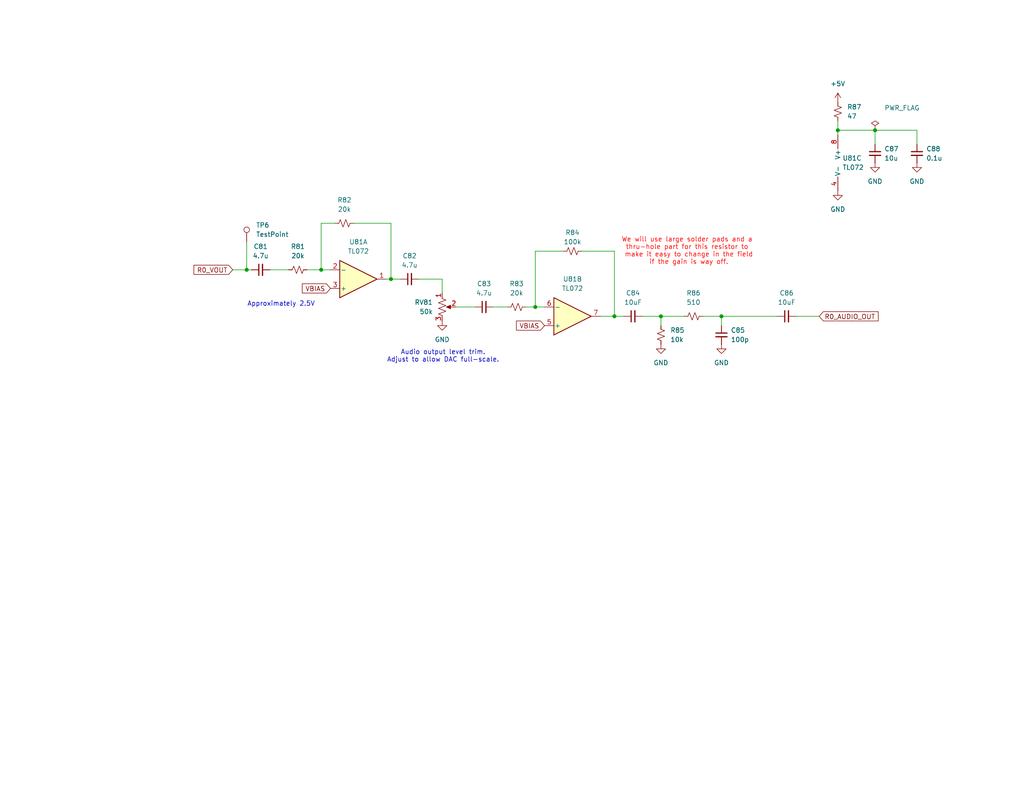
<source format=kicad_sch>
(kicad_sch (version 20250114) (generator "eeschema") (generator_version "9.0")
  (paper "USLetter")
  (title_block (title "COS/CTCSS/PTT Controls (Radio 0)") (date "2025-05-09") (rev "2") (company "Bruce MacKinnon KC1FSZ") (comment 1 "Copyright (C) Bruce MacKinnon, 2025") (comment 2 "NOT FOR COMMERCIAL USE"))
  (lib_symbols
    (symbol "Amplifier_Operational:TL072" (pin_names (offset 0.127))
      (property "Reference" "U" (at 0 5.08 0))
      (property "Value" "TL072" (at 0 -5.08 0))
      (symbol "TL072_1_1"
        (polyline (pts (xy -5.08 5.08) (xy 5.08 0) (xy -5.08 -5.08) (xy -5.08 5.08)) (stroke (width 0.254)) (fill (type background)))
        (pin input line (at -7.62 2.54 0) (length 2.54) (name "+") (number "3"))
        (pin input line (at -7.62 -2.54 0) (length 2.54) (name "-") (number "2"))
        (pin output line (at 7.62 0 180) (length 2.54) (name "~") (number "1"))
      )
      (symbol "TL072_2_1"
        (polyline (pts (xy -5.08 5.08) (xy 5.08 0) (xy -5.08 -5.08) (xy -5.08 5.08)) (stroke (width 0.254)) (fill (type background)))
        (pin input line (at -7.62 2.54 0) (length 2.54) (name "+") (number "5"))
        (pin input line (at -7.62 -2.54 0) (length 2.54) (name "-") (number "6"))
        (pin output line (at 7.62 0 180) (length 2.54) (name "~") (number "7"))
      )
      (symbol "TL072_3_1"
        (pin power_in line (at -2.54 7.62 270) (length 3.81) (name "V+") (number "8"))
        (pin power_in line (at -2.54 -7.62 90) (length 3.81) (name "V-") (number "4"))
      )
    )
    (symbol "Connector:TestPoint" (pin_numbers (hide yes)) (pin_names (offset 0.762) (hide yes))
      (property "Reference" "TP" (at 0 6.858 0))
      (property "Value" "TestPoint" (at 0 5.08 0))
      (symbol "TestPoint_0_1"
        (circle (center 0 3.302) (radius 0.762))
      )
      (symbol "TestPoint_1_1"
        (pin passive line (at 0 0 90) (length 2.54) (name "1") (number "1"))
      )
    )
    (symbol "Device:C_Small" (pin_numbers (hide yes)) (pin_names (offset 0.254) (hide yes))
      (property "Reference" "C" (at 0.254 1.778 0))
      (property "Value" "C_Small" (at 0.254 -2.032 0))
      (symbol "C_Small_0_1"
        (polyline (pts (xy -1.524 0.508) (xy 1.524 0.508)) (stroke (width 0.3048)))
        (polyline (pts (xy -1.524 -0.508) (xy 1.524 -0.508)) (stroke (width 0.3302)))
      )
      (symbol "C_Small_1_1"
        (pin passive line (at 0 2.54 270) (length 2.032) (name "~") (number "1"))
        (pin passive line (at 0 -2.54 90) (length 2.032) (name "~") (number "2"))
      )
    )
    (symbol "Device:R_Potentiometer_US" (pin_names (offset 1.016) (hide yes))
      (property "Reference" "RV" (at -4.445 0 90))
      (property "Value" "R_Potentiometer_US" (at -2.54 0 90))
      (symbol "R_Potentiometer_US_0_1"
        (polyline (pts (xy 0 2.54) (xy 0 2.286)))
        (polyline (pts (xy 0 2.286) (xy 1.016 1.905) (xy 0 1.524) (xy -1.016 1.143) (xy 0 0.762)))
        (polyline (pts (xy 0 0.762) (xy 1.016 0.381) (xy 0 0) (xy -1.016 -0.381) (xy 0 -0.762)))
        (polyline (pts (xy 0 -0.762) (xy 1.016 -1.143) (xy 0 -1.524) (xy -1.016 -1.905) (xy 0 -2.286)))
        (polyline (pts (xy 0 -2.286) (xy 0 -2.54)))
        (polyline (pts (xy 1.143 0) (xy 2.286 0.508) (xy 2.286 -0.508) (xy 1.143 0)) (fill (type outline)))
        (polyline (pts (xy 2.54 0) (xy 1.524 0)))
      )
      (symbol "R_Potentiometer_US_1_1"
        (pin passive line (at 0 3.81 270) (length 1.27) (name "1") (number "1"))
        (pin passive line (at 0 -3.81 90) (length 1.27) (name "3") (number "3"))
        (pin passive line (at 3.81 0 180) (length 1.27) (name "2") (number "2"))
      )
    )
    (symbol "Device:R_Small_US" (pin_numbers (hide yes)) (pin_names (offset 0.254) (hide yes))
      (property "Reference" "R" (at 0.762 0.508 0))
      (property "Value" "R_Small_US" (at 0.762 -1.016 0))
      (symbol "R_Small_US_1_1"
        (polyline (pts (xy 0 1.524) (xy 1.016 1.143) (xy 0 0.762) (xy -1.016 0.381) (xy 0 0)))
        (polyline (pts (xy 0 0) (xy 1.016 -0.381) (xy 0 -0.762) (xy -1.016 -1.143) (xy 0 -1.524)))
        (pin passive line (at 0 2.54 270) (length 1.016) (name "~") (number "1"))
        (pin passive line (at 0 -2.54 90) (length 1.016) (name "~") (number "2"))
      )
    )
    (symbol "power:+5V" (power) (pin_numbers (hide yes)) (pin_names (offset 0) (hide yes))
      (property "Value" "+5V" (at 0 3.556 0))
      (symbol "+5V_0_1"
        (polyline (pts (xy -0.762 1.27) (xy 0 2.54)))
        (polyline (pts (xy 0 2.54) (xy 0.762 1.27)))
        (polyline (pts (xy 0 0) (xy 0 2.54)))
      )
      (symbol "+5V_1_1"
        (pin power_in line (at 0 0 90) (length 0) (name "~") (number "1"))
      )
    )
    (symbol "power:GND" (power) (pin_numbers (hide yes)) (pin_names (offset 0) (hide yes))
      (property "Value" "GND" (at 0 -3.81 0))
      (symbol "GND_0_1"
        (polyline (pts (xy 0 0) (xy 0 -1.27) (xy 1.27 -1.27) (xy 0 -2.54) (xy -1.27 -1.27) (xy 0 -1.27)))
      )
      (symbol "GND_1_1"
        (pin power_in line (at 0 0 270) (length 0) (name "~") (number "1"))
      )
    )
    (symbol "power:PWR_FLAG" (power) (pin_numbers (hide yes)) (pin_names (offset 0) (hide yes))
      (property "Value" "PWR_FLAG" (at 0 3.81 0))
      (symbol "PWR_FLAG_0_0"
        (pin power_out line (at 0 0 90) (length 0) (name "~") (number "1"))
      )
      (symbol "PWR_FLAG_0_1"
        (polyline (pts (xy 0 0) (xy 0 1.27) (xy -1.016 1.905) (xy 0 2.54) (xy 1.016 1.905) (xy 0 1.27)))
      )
    )
  )
  (text "Approximately 2.5V\n" (at 76.708 83.058 0) (effects (font (size 1.27 1.27))))
  (text "We will use large solder pads and a \nthru-hole part for this resistor to \nmake it easy to change in the field\nif the gain is way off." (at 187.96 68.58 0) (effects (font (size 1.27 1.27))))
  (text "Audio output level trim.\nAdjust to allow DAC full-scale.\n" (at 120.904 97.282 0) (effects (font (size 1.27 1.27))))
  (junction (at 167.64 86.36))
  (junction (at 67.31 73.66))
  (junction (at 228.6 35.56))
  (junction (at 106.68 76.2))
  (junction (at 146.05 83.82))
  (junction (at 87.63 73.66))
  (junction (at 180.34 86.36))
  (junction (at 196.85 86.36))
  (junction (at 238.76 35.56))
  (wire (pts (xy 238.76 35.56) (xy 228.6 35.56)))
  (wire (pts (xy 180.34 86.36) (xy 186.69 86.36)))
  (wire (pts (xy 67.31 66.04) (xy 67.31 73.66)))
  (wire (pts (xy 134.62 83.82) (xy 138.43 83.82)))
  (wire (pts (xy 153.67 68.58) (xy 146.05 68.58)))
  (wire (pts (xy 196.85 86.36) (xy 196.85 88.9)))
  (wire (pts (xy 73.66 73.66) (xy 78.74 73.66)))
  (wire (pts (xy 250.19 35.56) (xy 238.76 35.56)))
  (wire (pts (xy 196.85 86.36) (xy 212.09 86.36)))
  (wire (pts (xy 96.52 60.96) (xy 106.68 60.96)))
  (wire (pts (xy 167.64 68.58) (xy 167.64 86.36)))
  (wire (pts (xy 175.26 86.36) (xy 180.34 86.36)))
  (wire (pts (xy 228.6 33.02) (xy 228.6 35.56)))
  (wire (pts (xy 114.3 76.2) (xy 120.65 76.2)))
  (wire (pts (xy 146.05 68.58) (xy 146.05 83.82)))
  (wire (pts (xy 158.75 68.58) (xy 167.64 68.58)))
  (wire (pts (xy 87.63 73.66) (xy 90.17 73.66)))
  (wire (pts (xy 87.63 60.96) (xy 91.44 60.96)))
  (wire (pts (xy 143.51 83.82) (xy 146.05 83.82)))
  (wire (pts (xy 87.63 60.96) (xy 87.63 73.66)))
  (wire (pts (xy 63.5 73.66) (xy 67.31 73.66)))
  (wire (pts (xy 120.65 76.2) (xy 120.65 80.01)))
  (wire (pts (xy 83.82 73.66) (xy 87.63 73.66)))
  (wire (pts (xy 180.34 86.36) (xy 180.34 88.9)))
  (wire (pts (xy 167.64 86.36) (xy 170.18 86.36)))
  (wire (pts (xy 228.6 35.56) (xy 228.6 36.83)))
  (wire (pts (xy 238.76 39.37) (xy 238.76 35.56)))
  (wire (pts (xy 105.41 76.2) (xy 106.68 76.2)))
  (wire (pts (xy 146.05 83.82) (xy 148.59 83.82)))
  (wire (pts (xy 163.83 86.36) (xy 167.64 86.36)))
  (wire (pts (xy 106.68 60.96) (xy 106.68 76.2)))
  (wire (pts (xy 67.31 73.66) (xy 68.58 73.66)))
  (wire (pts (xy 106.68 76.2) (xy 109.22 76.2)))
  (wire (pts (xy 217.17 86.36) (xy 223.52 86.36)))
  (wire (pts (xy 191.77 86.36) (xy 196.85 86.36)))
  (wire (pts (xy 124.46 83.82) (xy 129.54 83.82)))
  (wire (pts (xy 250.19 39.37) (xy 250.19 35.56)))
  (global_label "R0_AUDIO_OUT" (shape input) (at 223.52 86.36 0) (property "Intersheetrefs" "${INTERSHEET_REFS}" (effects (hide yes))))
  (global_label "VBIAS" (shape input) (at 148.59 88.9 180) (property "Intersheetrefs" "${INTERSHEET_REFS}" (effects (hide yes))))
  (global_label "R0_VOUT" (shape input) (at 63.5 73.66 180) (property "Intersheetrefs" "${INTERSHEET_REFS}" (effects (hide yes))))
  (global_label "VBIAS" (shape input) (at 90.17 78.74 180) (property "Intersheetrefs" "${INTERSHEET_REFS}" (effects (hide yes))))
  (symbol (lib_id "power:GND") (at 196.85 93.98 0) (unit 1)
    (property "Reference" "#PWR0138" (effects (hide yes)))
    (property "Value" "GND" (at 196.85 99.06 0))
    (property "Description" "Power symbol creates a global label with name \"GND\" , ground" (effects (hide yes)))
  )
  (symbol (lib_id "Device:C_Small") (at 71.12 73.66 90) (unit 1)
    (property "Reference" "C81" (at 71.1263 67.31 90))
    (property "Value" "4.7u" (at 71.1263 69.85 90))
    (property "Footprint" "Capacitor_SMD:C_0805_2012Metric_Pad1.18x1.45mm_HandSolder" (effects (hide yes)))
    (property "Description" "Unpolarized capacitor, small symbol" (effects (hide yes)))
  )
  (symbol (lib_id "power:GND") (at 180.34 93.98 0) (unit 1)
    (property "Reference" "#PWR0137" (effects (hide yes)))
    (property "Value" "GND" (at 180.34 99.06 0))
    (property "Description" "Power symbol creates a global label with name \"GND\" , ground" (effects (hide yes)))
  )
  (symbol (lib_id "power:GND") (at 250.19 44.45 0) (unit 1)
    (property "Reference" "#PWR0142" (effects (hide yes)))
    (property "Value" "GND" (at 250.19 49.53 0))
    (property "Description" "Power symbol creates a global label with name \"GND\" , ground" (effects (hide yes)))
  )
  (symbol (lib_id "Amplifier_Operational:TL072") (at 231.14 44.45 0) (unit 3)
    (property "Reference" "U81" (at 229.87 43.1799 0) (effects (justify left)))
    (property "Value" "TL072" (at 229.87 45.7199 0) (effects (justify left)))
    (property "Footprint" "Package_SO:SOIC-8_3.9x4.9mm_P1.27mm" (effects (hide yes)))
    (property "Datasheet" "http://www.ti.com/lit/ds/symlink/tl071.pdf" (effects (hide yes)))
    (property "Description" "Dual Low-Noise JFET-Input Operational Amplifiers, DIP-8/SOIC-8" (effects (hide yes)))
  )
  (symbol (lib_id "Connector:TestPoint") (at 67.31 66.04 0) (unit 1)
    (property "Reference" "TP6" (at 69.85 61.4679 0) (effects (justify left)))
    (property "Value" "TestPoint" (at 69.85 64.0079 0) (effects (justify left)))
    (property "Footprint" "TestPoint:TestPoint_Pad_2.5x2.5mm" (effects (hide yes)))
    (property "Description" "test point" (effects (hide yes)))
  )
  (symbol (lib_id "Device:C_Small") (at 238.76 41.91 0) (unit 1)
    (property "Reference" "C87" (at 241.3 40.6462 0) (effects (justify left)))
    (property "Value" "10u" (at 241.3 43.1862 0) (effects (justify left)))
    (property "Footprint" "Capacitor_SMD:C_0805_2012Metric_Pad1.18x1.45mm_HandSolder" (effects (hide yes)))
    (property "Description" "Unpolarized capacitor, small symbol" (effects (hide yes)))
  )
  (symbol (lib_id "Device:R_Potentiometer_US") (at 120.65 83.82 0) (unit 1)
    (property "Reference" "RV81" (at 118.11 82.5499 0) (effects (justify right)))
    (property "Value" "50k" (at 118.11 85.0899 0) (effects (justify right)))
    (property "Footprint" "bruce-footprints:POT_3362P" (effects (hide yes)))
    (property "Description" "Potentiometer, US symbol" (effects (hide yes)))
  )
  (symbol (lib_id "Device:R_Small_US") (at 93.98 60.96 90) (unit 1)
    (property "Reference" "R82" (at 93.98 54.61 90))
    (property "Value" "20k" (at 93.98 57.15 90))
    (property "Footprint" "Resistor_SMD:R_0805_2012Metric_Pad1.20x1.40mm_HandSolder" (effects (hide yes)))
    (property "Description" "Resistor, small US symbol" (effects (hide yes)))
  )
  (symbol (lib_id "power:GND") (at 228.6 52.07 0) (unit 1)
    (property "Reference" "#PWR0140" (effects (hide yes)))
    (property "Value" "GND" (at 228.6 57.15 0))
    (property "Description" "Power symbol creates a global label with name \"GND\" , ground" (effects (hide yes)))
  )
  (symbol (lib_id "Device:R_Small_US") (at 81.28 73.66 90) (unit 1)
    (property "Reference" "R81" (at 81.28 67.31 90))
    (property "Value" "20k" (at 81.28 69.85 90))
    (property "Footprint" "Resistor_SMD:R_0805_2012Metric_Pad1.20x1.40mm_HandSolder" (effects (hide yes)))
    (property "Description" "Resistor, small US symbol" (effects (hide yes)))
  )
  (symbol (lib_id "Device:R_Small_US") (at 180.34 91.44 0) (unit 1)
    (property "Reference" "R85" (at 182.88 90.1699 0) (effects (justify left)))
    (property "Value" "10k" (at 182.88 92.7099 0) (effects (justify left)))
    (property "Footprint" "Resistor_SMD:R_0805_2012Metric_Pad1.20x1.40mm_HandSolder" (effects (hide yes)))
    (property "Description" "Resistor, small US symbol" (effects (hide yes)))
  )
  (symbol (lib_id "Amplifier_Operational:TL072") (at 156.21 86.36 0) (mirror x) (unit 2)
    (property "Reference" "U81" (at 156.21 76.2 0))
    (property "Value" "TL072" (at 156.21 78.74 0))
    (property "Footprint" "Package_SO:SOIC-8_3.9x4.9mm_P1.27mm" (effects (hide yes)))
    (property "Datasheet" "http://www.ti.com/lit/ds/symlink/tl071.pdf" (effects (hide yes)))
    (property "Description" "Dual Low-Noise JFET-Input Operational Amplifiers, DIP-8/SOIC-8" (effects (hide yes)))
  )
  (symbol (lib_id "Device:R_Small_US") (at 189.23 86.36 90) (unit 1)
    (property "Reference" "R86" (at 189.23 80.01 90))
    (property "Value" "510" (at 189.23 82.55 90))
    (property "Footprint" "Resistor_SMD:R_0805_2012Metric_Pad1.20x1.40mm_HandSolder" (effects (hide yes)))
    (property "Description" "Resistor, small US symbol" (effects (hide yes)))
  )
  (symbol (lib_id "Device:R_Small_US") (at 140.97 83.82 90) (unit 1)
    (property "Reference" "R83" (at 140.97 77.47 90))
    (property "Value" "20k" (at 140.97 80.01 90))
    (property "Footprint" "Resistor_SMD:R_0805_2012Metric_Pad1.20x1.40mm_HandSolder" (effects (hide yes)))
    (property "Description" "Resistor, small US symbol" (effects (hide yes)))
  )
  (symbol (lib_id "power:PWR_FLAG") (at 238.76 35.56 0) (unit 1)
    (property "Reference" "#FLG081" (effects (hide yes)))
    (property "Value" "PWR_FLAG" (at 246.126 29.464 0))
    (property "Description" "Special symbol for telling ERC where power comes from" (effects (hide yes)))
  )
  (symbol (lib_id "Device:C_Small") (at 172.72 86.36 90) (unit 1)
    (property "Reference" "C84" (at 172.7263 80.01 90))
    (property "Value" "10uF" (at 172.7263 82.55 90))
    (property "Footprint" "Capacitor_SMD:C_0805_2012Metric_Pad1.18x1.45mm_HandSolder" (effects (hide yes)))
    (property "Description" "Unpolarized capacitor, small symbol" (effects (hide yes)))
  )
  (symbol (lib_id "Device:C_Small") (at 214.63 86.36 90) (unit 1)
    (property "Reference" "C86" (at 214.6363 80.01 90))
    (property "Value" "10uF" (at 214.6363 82.55 90))
    (property "Footprint" "Capacitor_SMD:C_0805_2012Metric_Pad1.18x1.45mm_HandSolder" (effects (hide yes)))
    (property "Description" "Unpolarized capacitor, small symbol" (effects (hide yes)))
  )
  (symbol (lib_id "Amplifier_Operational:TL072") (at 97.79 76.2 0) (mirror x) (unit 1)
    (property "Reference" "U81" (at 97.79 66.04 0))
    (property "Value" "TL072" (at 97.79 68.58 0))
    (property "Footprint" "Package_SO:SOIC-8_3.9x4.9mm_P1.27mm" (effects (hide yes)))
    (property "Datasheet" "http://www.ti.com/lit/ds/symlink/tl071.pdf" (effects (hide yes)))
    (property "Description" "Dual Low-Noise JFET-Input Operational Amplifiers, DIP-8/SOIC-8" (effects (hide yes)))
  )
  (symbol (lib_id "Device:C_Small") (at 132.08 83.82 90) (unit 1)
    (property "Reference" "C83" (at 132.0863 77.47 90))
    (property "Value" "4.7u" (at 132.0863 80.01 90))
    (property "Footprint" "Capacitor_SMD:C_0805_2012Metric_Pad1.18x1.45mm_HandSolder" (effects (hide yes)))
    (property "Description" "Unpolarized capacitor, small symbol" (effects (hide yes)))
  )
  (symbol (lib_id "Device:R_Small_US") (at 228.6 30.48 180) (unit 1)
    (property "Reference" "R87" (at 231.14 29.2099 0) (effects (justify right)))
    (property "Value" "47" (at 231.14 31.7499 0) (effects (justify right)))
    (property "Footprint" "Resistor_SMD:R_0805_2012Metric_Pad1.20x1.40mm_HandSolder" (effects (hide yes)))
    (property "Description" "Resistor, small US symbol" (effects (hide yes)))
  )
  (symbol (lib_id "Device:C_Small") (at 196.85 91.44 0) (unit 1)
    (property "Reference" "C85" (at 199.39 90.1762 0) (effects (justify left)))
    (property "Value" "100p" (at 199.39 92.7162 0) (effects (justify left)))
    (property "Footprint" "Capacitor_SMD:C_0805_2012Metric_Pad1.18x1.45mm_HandSolder" (effects (hide yes)))
    (property "Description" "Unpolarized capacitor, small symbol" (effects (hide yes)))
  )
  (symbol (lib_id "power:GND") (at 120.65 87.63 0) (unit 1)
    (property "Reference" "#PWR0136" (effects (hide yes)))
    (property "Value" "GND" (at 120.65 92.71 0))
    (property "Description" "Power symbol creates a global label with name \"GND\" , ground" (effects (hide yes)))
  )
  (symbol (lib_id "Device:R_Small_US") (at 156.21 68.58 90) (unit 1)
    (property "Reference" "R84" (at 156.21 63.5 90))
    (property "Value" "100k" (at 156.21 66.04 90))
    (property "Footprint" "Resistor_THT:R_Axial_DIN0516_L15.5mm_D5.0mm_P5.08mm_Vertical" (effects (hide yes)))
    (property "Description" "Resistor, small US symbol" (effects (hide yes)))
  )
  (symbol (lib_id "power:GND") (at 238.76 44.45 0) (unit 1)
    (property "Reference" "#PWR0141" (effects (hide yes)))
    (property "Value" "GND" (at 238.76 49.53 0))
    (property "Description" "Power symbol creates a global label with name \"GND\" , ground" (effects (hide yes)))
  )
  (symbol (lib_id "Device:C_Small") (at 111.76 76.2 90) (unit 1)
    (property "Reference" "C82" (at 111.7663 69.85 90))
    (property "Value" "4.7u" (at 111.7663 72.39 90))
    (property "Footprint" "Capacitor_SMD:C_0805_2012Metric_Pad1.18x1.45mm_HandSolder" (effects (hide yes)))
    (property "Description" "Unpolarized capacitor, small symbol" (effects (hide yes)))
  )
  (symbol (lib_id "Device:C_Small") (at 250.19 41.91 0) (unit 1)
    (property "Reference" "C88" (at 252.73 40.6462 0) (effects (justify left)))
    (property "Value" "0.1u" (at 252.73 43.1862 0) (effects (justify left)))
    (property "Footprint" "Capacitor_SMD:C_0805_2012Metric_Pad1.18x1.45mm_HandSolder" (effects (hide yes)))
    (property "Description" "Unpolarized capacitor, small symbol" (effects (hide yes)))
  )
  (symbol (lib_id "power:+5V") (at 228.6 27.94 0) (unit 1)
    (property "Reference" "#PWR0139" (effects (hide yes)))
    (property "Value" "+5V" (at 228.6 22.86 0))
    (property "Description" "Power symbol creates a global label with name \"+5V\"" (effects (hide yes)))
  )
)
</source>
